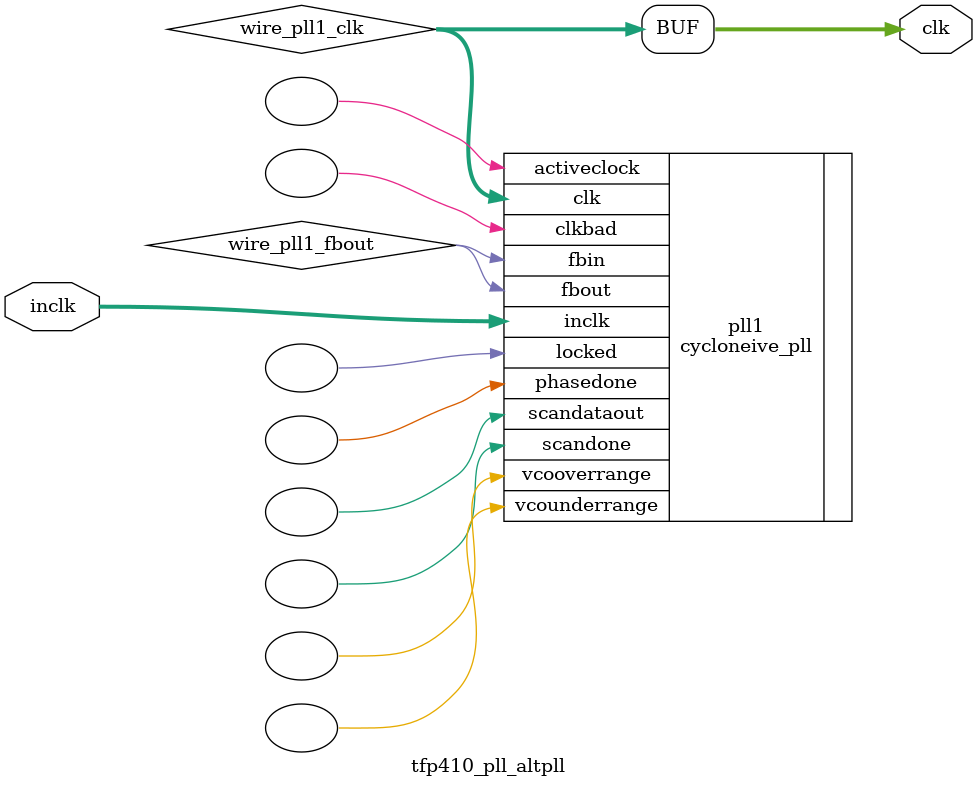
<source format=v>






//synthesis_resources = cycloneive_pll 1 
//synopsys translate_off
`timescale 1 ps / 1 ps
//synopsys translate_on
module  tfp410_pll_altpll
	( 
	clk,
	inclk) /* synthesis synthesis_clearbox=1 */;
	output   [4:0]  clk;
	input   [1:0]  inclk;
`ifndef ALTERA_RESERVED_QIS
// synopsys translate_off
`endif
	tri0   [1:0]  inclk;
`ifndef ALTERA_RESERVED_QIS
// synopsys translate_on
`endif

	wire  [4:0]   wire_pll1_clk;
	wire  wire_pll1_fbout;

	cycloneive_pll   pll1
	( 
	.activeclock(),
	.clk(wire_pll1_clk),
	.clkbad(),
	.fbin(wire_pll1_fbout),
	.fbout(wire_pll1_fbout),
	.inclk(inclk),
	.locked(),
	.phasedone(),
	.scandataout(),
	.scandone(),
	.vcooverrange(),
	.vcounderrange()
	`ifndef FORMAL_VERIFICATION
	// synopsys translate_off
	`endif
	,
	.areset(1'b0),
	.clkswitch(1'b0),
	.configupdate(1'b0),
	.pfdena(1'b1),
	.phasecounterselect({3{1'b0}}),
	.phasestep(1'b0),
	.phaseupdown(1'b0),
	.scanclk(1'b0),
	.scanclkena(1'b1),
	.scandata(1'b0)
	`ifndef FORMAL_VERIFICATION
	// synopsys translate_on
	`endif
	);
	defparam
		pll1.bandwidth_type = "auto",
		pll1.clk0_divide_by = 100,
		pll1.clk0_duty_cycle = 50,
		pll1.clk0_multiply_by = 297,
		pll1.clk0_phase_shift = "0",
		pll1.compensate_clock = "clk0",
		pll1.inclk0_input_frequency = 20000,
		pll1.operation_mode = "normal",
		pll1.pll_type = "auto",
		pll1.lpm_type = "cycloneive_pll";
	assign
		clk = {wire_pll1_clk[4:0]};
endmodule //tfp410_pll_altpll
//VALID FILE

</source>
